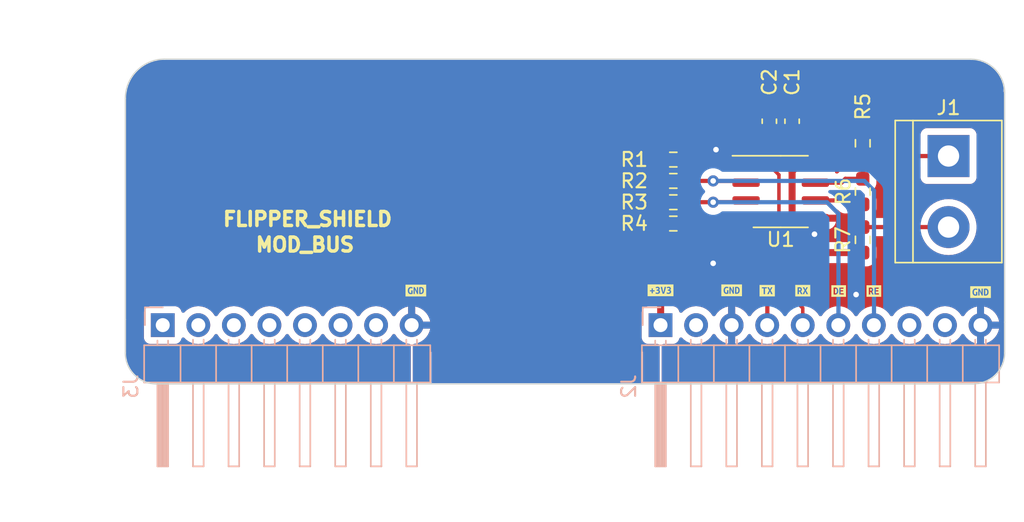
<source format=kicad_pcb>
(kicad_pcb (version 20221018) (generator pcbnew)
  (layers (0 "F.Cu" signal) (31 "B.Cu" signal) (34 "B.Paste" user) (35 "F.Paste" user) (36 "B.SilkS" user "B.Silkscreen") (37 "F.SilkS" user "F.Silkscreen") (38 "B.Mask" user) (39 "F.Mask" user) (44 "Edge.Cuts" user))
  (net 0 "")
  (net 1 "GND")
  (net 2 "+3V3")
  (net 7 "/RS485A")
  (net 8 "/RS485B")
  (net 9 "/RX")
  (net 10 "/RE")
  (net 11 "/DE")
  (net 12 "/TX")
  (footprint "Resistor_SMD:R_0603_1608Metric_Pad0.98x0.95mm_HandSolder" (layer "F.Cu") (at 151.91 78.0815 -90)
    (fp_text reference "R5" (at -2.6181 -0.0074 90) (layer "F.SilkS"))
    (fp_text value "20K")
    (fp_line (start -0.254724 -0.5225) (end 0.254724 -0.5225) (stroke (width 0.12)) (layer "F.SilkS"))
    (fp_line (start -0.254724 0.5225) (end 0.254724 0.5225) (stroke (width 0.12)) (layer "F.SilkS"))
    (pad "1" smd roundrect (at -0.9125 0 270) (size 0.975 0.95) (layers "F.Cu" "F.Paste" "F.Mask") (net 1 "GND"))
    (pad "2" smd roundrect (at 0.9125 0 270) (size 0.975 0.95) (layers "F.Cu" "F.Paste" "F.Mask") (net 8 "/RS485B"))
  )
  (footprint "Capacitor_SMD:C_0603_1608Metric_Pad1.08x0.95mm_HandSolder" (layer "F.Cu") (at 146.8628 76.5048 90)
    (fp_text reference "C1" (at 2.794 0 90) (layer "F.SilkS"))
    (fp_text value "10uF")
    (fp_line (start -0.146267 -0.51) (end 0.146267 -0.51) (stroke (width 0.12)) (layer "F.SilkS"))
    (fp_line (start -0.146267 0.51) (end 0.146267 0.51) (stroke (width 0.12)) (layer "F.SilkS"))
    (pad "1" smd roundrect (at -0.8625 0 90) (size 1.075 0.95) (layers "F.Cu" "F.Paste" "F.Mask") (net 2 "+3V3"))
    (pad "2" smd roundrect (at 0.8625 0 90) (size 1.075 0.95) (layers "F.Cu" "F.Paste" "F.Mask") (net 1 "GND"))
  )
  (footprint "Resistor_SMD:R_0603_1608Metric_Pad0.98x0.95mm_HandSolder" (layer "F.Cu") (at 151.91 81.534 -90)
    (fp_text reference "R6" (at 0 1.3896 90) (layer "F.SilkS"))
    (fp_text value "120")
    (fp_line (start -0.254724 -0.5225) (end 0.254724 -0.5225) (stroke (width 0.12)) (layer "F.SilkS"))
    (fp_line (start -0.254724 0.5225) (end 0.254724 0.5225) (stroke (width 0.12)) (layer "F.SilkS"))
    (pad "1" smd roundrect (at -0.9125 0 270) (size 0.975 0.95) (layers "F.Cu" "F.Paste" "F.Mask") (net 8 "/RS485B"))
    (pad "2" smd roundrect (at 0.9125 0 270) (size 0.975 0.95) (layers "F.Cu" "F.Paste" "F.Mask") (net 7 "/RS485A"))
  )
  (footprint "kibuzzard-65A7F6FE" (layer "F.Cu") (at 152.7048 88.646)
    (fp_text reference "kibuzzard-65A7F6FE" hide)
    (fp_text value "G***" hide)
    (fp_poly (pts (xy -0.14605 -0.088106) (xy -0.152003 -0.121841) (xy -0.169862 -0.145256) (xy -0.197445 -0.158948) (xy -0.232569 -0.163512) (xy -0.246063 -0.163116) (xy -0.261938 -0.161131) (xy -0.261938 -0.013494) (xy -0.240506 -0.013494) (xy -0.197445 -0.018355) (xy -0.168275 -0.032941) (xy -0.14605 -0.088106)) (fill solid) (layer "F.SilkS"))
    (fp_poly (pts (xy -0.359569 -0.413808) (xy -0.524933 -0.413808) (xy -0.524933 0.413808) (xy -0.359569 0.413808) (xy -0.014287 0.413808) (xy -0.014287 0.248444) (xy -0.116681 0.248444) (xy -0.136426 0.201712) (xy -0.159147 0.156766) (xy -0.184249 0.112415) (xy -0.211137 0.067469) (xy -0.261938 0.067469) (xy -0.261938 0.248444) (xy -0.359569 0.248444) (xy -0.359569 -0.235744) (xy -0.328216 -0.241697) (xy -0.293688 -0.245666) (xy -0.26035 -0.24765) (xy -0.232569 -0.248444) (xy -0.192484 -0.246063) (xy -0.156369 -0.238919) (xy -0.124619 -0.226814) (xy -0.097631 -0.20955) (xy -0.059928 -0.159147) (xy -0.050105 -0.125909) (xy -0.046831 -0.087313) (xy -0.051197 -0.046434) (xy -0.064294 -0.009525) (xy -0.087511 0.021233) (xy -0.122238 0.043656) (xy -0.093662 0.089297) (xy -0.064294 0.141684) (xy -0.036909 0.196453) (xy -0.014287 0.248444) (xy -0.014287 0.413808) (xy 0.04445 0.413808) (xy 0.04445 0.248444) (xy 0.04445 -0.242887) (xy 0.342106 -0.242887) (xy 0.342106 -0.161925) (xy 0.142081 -0.161925) (xy 0.142081 -0.051594) (xy 0.315913 -0.051594) (xy 0.315913 0.029369) (xy 0.142081 0.029369) (xy 0.142081 0.167481) (xy 0.359569 0.167481) (xy 0.359569 0.248444) (xy 0.04445 0.248444) (xy 0.04445 0.413808) (xy 0.359569 0.413808) (xy 0.524933 0.413808) (xy 0.524933 -0.413808) (xy 0.359569 -0.413808) (xy -0.359569 -0.413808)) (fill solid) (layer "F.SilkS"))
  )
  (footprint "kibuzzard-65A7F651" (layer "F.Cu") (at 137.4648 88.5952)
    (fp_text reference "kibuzzard-65A7F651" hide)
    (fp_text value "G***" hide)
    (fp_poly (pts (xy -0.758428 -0.421746) (xy -0.923793 -0.421746) (xy -0.923793 0.421746) (xy -0.758428 0.421746) (xy -0.549672 0.421746) (xy -0.549672 0.2159) (xy -0.633809 0.2159) (xy -0.633809 0.077787) (xy -0.758428 0.077787) (xy -0.758428 -0.002381) (xy -0.633809 -0.002381) (xy -0.633809 -0.140494) (xy -0.549672 -0.140494) (xy -0.549672 -0.002381) (xy -0.425053 -0.002381) (xy -0.425053 0.077787) (xy -0.549672 0.077787) (xy -0.549672 0.2159) (xy -0.549672 0.421746) (xy -0.224234 0.421746) (xy -0.224234 0.256381) (xy -0.262731 0.253603) (xy -0.301625 0.246856) (xy -0.336153 0.238125) (xy -0.360759 0.229394) (xy -0.341709 0.147637) (xy -0.294481 0.164306) (xy -0.262632 0.170855) (xy -0.225028 0.173037) (xy -0.182463 0.16768) (xy -0.154781 0.151606) (xy -0.134541 0.098425) (xy -0.14228 0.065385) (xy -0.165497 0.044053) (xy -0.20062 0.032445) (xy -0.244078 0.028575) (xy -0.274241 0.028575) (xy -0.274241 -0.052388) (xy -0.237728 -0.052388) (xy -0.207566 -0.055563) (xy -0.180578 -0.065881) (xy -0.161131 -0.084931) (xy -0.153591 -0.115094) (xy -0.169862 -0.157559) (xy -0.214709 -0.173038) (xy -0.269875 -0.163909) (xy -0.317103 -0.141288) (xy -0.352028 -0.212725) (xy -0.295275 -0.241697) (xy -0.257671 -0.25271) (xy -0.215503 -0.256381) (xy -0.176907 -0.253802) (xy -0.143669 -0.246063) (xy -0.093266 -0.217091) (xy -0.063897 -0.173038) (xy -0.054372 -0.118269) (xy -0.071041 -0.061913) (xy -0.115491 -0.020638) (xy -0.081657 -0.000992) (xy -0.056356 0.026194) (xy -0.04058 0.060127) (xy -0.035322 0.100012) (xy -0.046434 0.162719) (xy -0.080566 0.212328) (xy -0.106759 0.230981) (xy -0.139303 0.244872) (xy -0.178395 0.253504) (xy -0.224234 0.256381) (xy -0.224234 0.421746) (xy 0.151209 0.421746) (xy 0.151209 0.246062) (xy 0.131564 0.187722) (xy 0.110728 0.122237) (xy 0.096705 0.076244) (xy 0.083211 0.030339) (xy 0.070247 -0.015478) (xy 0.057988 -0.060413) (xy 0.046611 -0.103673) (xy 0.036116 -0.145256) (xy 0.023019 -0.200819) (xy 0.013891 -0.245269) (xy 0.117078 -0.245269) (xy 0.123031 -0.204093) (xy 0.131366 -0.156766) (xy 0.141387 -0.105569) (xy 0.1524 -0.052784) (xy 0.164306 0.000397) (xy 0.177006 0.052784) (xy 0.190004 0.102096) (xy 0.202803 0.14605) (xy 0.215503 0.102691) (xy 0.228203 0.053578) (xy 0.240506 0.001191) (xy 0.252016 -0.051991) (xy 0.262731 -0.104874) (xy 0.272653 -0.156369) (xy 0.281384 -0.203994) (xy 0.288528 -0.245269) (xy 0.390922 -0.245269) (xy 0.380305 -0.194866) (xy 0.367506 -0.138906) (xy 0.352623 -0.07868) (xy 0.335756 -0.015478) (xy 0.323453 0.027914) (xy 0.310356 0.071834) (xy 0.296466 0.116284) (xy 0.282002 0.160514) (xy 0.267185 0.203773) (xy 0.252016 0.246062) (xy 0.151209 0.246062) (xy 0.151209 0.421746) (xy 0.569516 0.421746) (xy 0.569516 0.256381) (xy 0.531019 0.253603) (xy 0.492125 0.246856) (xy 0.457597 0.238125) (xy 0.432991 0.229394) (xy 0.452041 0.147637) (xy 0.499269 0.164306) (xy 0.531118 0.170855) (xy 0.568722 0.173037) (xy 0.611287 0.16768) (xy 0.638969 0.151606) (xy 0.659209 0.098425) (xy 0.65147 0.065385) (xy 0.628253 0.044053) (xy 0.59313 0.032445) (xy 0.549672 0.028575) (xy 0.519509 0.028575) (xy 0.519509 -0.052388) (xy 0.556022 -0.052388) (xy 0.586184 -0.055563) (xy 0.613172 -0.065881) (xy 0.632619 -0.084931) (xy 0.640159 -0.115094) (xy 0.623888 -0.157559) (xy 0.579041 -0.173038) (xy 0.523875 -0.163909) (xy 0.476647 -0.141288) (xy 0.441722 -0.212725) (xy 0.498475 -0.241697) (xy 0.536079 -0.25271) (xy 0.578247 -0.256381) (xy 0.616843 -0.253802) (xy 0.650081 -0.246063) (xy 0.700484 -0.217091) (xy 0.729853 -0.173038) (xy 0.739378 -0.118269) (xy 0.722709 -0.061913) (xy 0.678259 -0.020638) (xy 0.712093 -0.000992) (xy 0.737394 0.026194) (xy 0.75317 0.060127) (xy 0.758428 0.100012) (xy 0.747316 0.162719) (xy 0.713184 0.212328) (xy 0.686991 0.230981) (xy 0.654447 0.244872) (xy 0.615355 0.253504) (xy 0.569516 0.256381) (xy 0.569516 0.421746) (xy 0.758428 0.421746) (xy 0.923793 0.421746) (xy 0.923793 -0.421746) (xy 0.758428 -0.421746) (xy -0.758428 -0.421746)) (fill solid) (layer "F.SilkS"))
  )
  (footprint "kibuzzard-65A7F695" (layer "F.Cu") (at 145.0848 88.6206)
    (fp_text reference "kibuzzard-65A7F695" hide)
    (fp_text value "G***" hide)
    (fp_poly (pts (xy -0.382587 -0.41103) (xy -0.547952 -0.41103) (xy -0.547952 0.41103) (xy -0.382587 0.41103) (xy -0.154781 0.41103) (xy -0.154781 0.245666) (xy -0.253206 0.245666) (xy -0.253206 -0.164703) (xy -0.382587 -0.164703) (xy -0.382587 -0.245666) (xy -0.0254 -0.245666) (xy -0.0254 -0.164703) (xy -0.154781 -0.164703) (xy -0.154781 0.245666) (xy -0.154781 0.41103) (xy 0.277019 0.41103) (xy 0.277019 0.245666) (xy 0.260251 0.203002) (xy 0.240109 0.155972) (xy 0.217785 0.106759) (xy 0.194469 0.057547) (xy 0.17145 0.105271) (xy 0.148431 0.154781) (xy 0.127 0.202704) (xy 0.108744 0.245666) (xy 0.003175 0.245666) (xy 0.026591 0.194072) (xy 0.042863 0.162719) (xy 0.060722 0.128984) (xy 0.079871 0.093563) (xy 0.100013 0.05715) (xy 0.120253 0.020935) (xy 0.1397 -0.013891) (xy 0.011113 -0.245666) (xy 0.116681 -0.245666) (xy 0.194469 -0.088503) (xy 0.276225 -0.245666) (xy 0.37465 -0.245666) (xy 0.249238 -0.016272) (xy 0.27047 0.018653) (xy 0.291306 0.055166) (xy 0.311249 0.091976) (xy 0.329803 0.127794) (xy 0.346571 0.161925) (xy 0.361156 0.193675) (xy 0.382588 0.245666) (xy 0.277019 0.245666) (xy 0.277019 0.41103) (xy 0.382587 0.41103) (xy 0.547952 0.41103) (xy 0.547952 -0.41103) (xy 0.382587 -0.41103) (xy -0.382587 -0.41103)) (fill solid) (layer "F.SilkS"))
  )
  (footprint "kibuzzard-644AD5FD" (layer "F.Cu") (at 119.984365 88.612365)
    (fp_text reference "kibuzzard-644AD5FD" hide)
    (fp_text value "G***" hide)
    (fp_poly (pts (xy 0.338931 0.166687) (xy 0.347662 0.167481) (xy 0.356394 0.167481) (xy 0.412353 0.154781) (xy 0.448866 0.119856) (xy 0.468709 0.067072) (xy 0.473174 0.035024) (xy 0.474663 0) (xy 0.4699 -0.061913) (xy 0.453231 -0.115094) (xy 0.420687 -0.152003) (xy 0.367506 -0.165894) (xy 0.353219 -0.165497) (xy 0.338931 -0.163513) (xy 0.338931 0.166687)) (fill solid) (layer "F.SilkS"))
    (fp_poly (pts (xy -0.573881 -0.421746) (xy -0.739246 -0.421746) (xy -0.739246 0.421746) (xy -0.573881 0.421746) (xy -0.373063 0.421746) (xy -0.373063 0.256381) (xy -0.416818 0.252313) (xy -0.456009 0.240109) (xy -0.49024 0.219869) (xy -0.519113 0.191691) (xy -0.54233 0.155575) (xy -0.559594 0.111522) (xy -0.570309 0.05963) (xy -0.573881 0) (xy -0.569714 -0.059035) (xy -0.557213 -0.110728) (xy -0.537567 -0.15488) (xy -0.511969 -0.191294) (xy -0.480814 -0.21977) (xy -0.4445 -0.240109) (xy -0.404217 -0.252313) (xy -0.361156 -0.256381) (xy -0.309959 -0.252016) (xy -0.270669 -0.242094) (xy -0.243284 -0.230188) (xy -0.227013 -0.220663) (xy -0.252413 -0.142875) (xy -0.295275 -0.162719) (xy -0.347663 -0.17145) (xy -0.4064 -0.15875) (xy -0.445691 -0.123428) (xy -0.467916 -0.069453) (xy -0.472976 -0.036413) (xy -0.474663 0) (xy -0.471576 0.053578) (xy -0.462315 0.096837) (xy -0.446881 0.129778) (xy -0.412552 0.161032) (xy -0.365125 0.17145) (xy -0.346075 0.170656) (xy -0.327025 0.168275) (xy -0.327025 -0.011113) (xy -0.229394 -0.011113) (xy -0.229394 0.234156) (xy -0.283766 0.248444) (xy -0.324545 0.254397) (xy -0.373063 0.256381) (xy -0.373063 0.421746) (xy 0.083344 0.421746) (xy 0.083344 0.246062) (xy 0.060457 0.191602) (xy 0.036248 0.137231) (xy 0.010716 0.082947) (xy -0.01614 0.028663) (xy -0.044318 -0.025709) (xy -0.073819 -0.080169) (xy -0.073819 0.246062) (xy -0.161925 0.246062) (xy -0.161925 -0.245269) (xy -0.083344 -0.245269) (xy -0.061119 -0.208855) (xy -0.038894 -0.169466) (xy -0.016966 -0.128687) (xy 0.004366 -0.088106) (xy 0.024606 -0.04822) (xy 0.043259 -0.009525) (xy 0.059829 0.026194) (xy 0.073819 0.05715) (xy 0.073819 -0.245269) (xy 0.161925 -0.245269) (xy 0.161925 0.246062) (xy 0.083344 0.246062) (xy 0.083344 0.421746) (xy 0.346075 0.421746) (xy 0.346075 0.252412) (xy 0.294878 0.249634) (xy 0.2413 0.240506) (xy 0.2413 -0.238919) (xy 0.304006 -0.248444) (xy 0.358775 -0.250825) (xy 0.40511 -0.247253) (xy 0.447278 -0.236538) (xy 0.484287 -0.218182) (xy 0.515144 -0.191691) (xy 0.539849 -0.156964) (xy 0.558403 -0.113903) (xy 0.570012 -0.061813) (xy 0.573881 0) (xy 0.569615 0.063202) (xy 0.556816 0.116284) (xy 0.536476 0.159841) (xy 0.509588 0.194469) (xy 0.476548 0.220563) (xy 0.437753 0.238522) (xy 0.393998 0.24894) (xy 0.346075 0.252412) (xy 0.346075 0.421746) (xy 0.573881 0.421746) (xy 0.739246 0.421746) (xy 0.739246 -0.421746) (xy 0.573881 -0.421746) (xy -0.573881 -0.421746)) (fill solid) (layer "F.SilkS"))
  )
  (footprint "Resistor_SMD:R_0603_1608Metric_Pad0.98x0.95mm_HandSolder" (layer "F.Cu") (at 151.91 84.9865 -90)
    (fp_text reference "R7" (at 0.0019 1.415 90) (layer "F.SilkS"))
    (fp_text value "20K")
    (fp_line (start -0.254724 -0.5225) (end 0.254724 -0.5225) (stroke (width 0.12)) (layer "F.SilkS"))
    (fp_line (start -0.254724 0.5225) (end 0.254724 0.5225) (stroke (width 0.12)) (layer "F.SilkS"))
    (pad "1" smd roundrect (at -0.9125 0 270) (size 0.975 0.95) (layers "F.Cu" "F.Paste" "F.Mask") (net 7 "/RS485A"))
    (pad "2" smd roundrect (at 0.9125 0 270) (size 0.975 0.95) (layers "F.Cu" "F.Paste" "F.Mask") (net 2 "+3V3"))
  )
  (footprint "TerminalBlock:TerminalBlock_bornier-2_P5.08mm" (layer "F.Cu") (at 158.0388 78.994 -90)
    (fp_text reference "J1" (at -3.4544 0 -180) (layer "F.SilkS"))
    (fp_text value "Conn_01x02")
    (fp_line (start -2.54 -3.81) (end -2.54 3.81) (stroke (width 0.12)) (layer "F.SilkS"))
    (fp_line (start -2.54 3.81) (end 7.62 3.81) (stroke (width 0.12)) (layer "F.SilkS"))
    (fp_line (start 7.62 -3.81) (end -2.54 -3.81) (stroke (width 0.12)) (layer "F.SilkS"))
    (fp_line (start 7.62 2.54) (end -2.54 2.54) (stroke (width 0.12)) (layer "F.SilkS"))
    (fp_line (start 7.62 3.81) (end 7.62 -3.81) (stroke (width 0.12)) (layer "F.SilkS"))
    (pad "1" thru_hole rect (at 0 0 270) (size 3 3) (drill 1.52) (layers "*.Cu" "*.Mask") (net 8 "/RS485B"))
    (pad "2" thru_hole circle (at 5.08 0 270) (size 3 3) (drill 1.52) (layers "*.Cu" "*.Mask") (net 7 "/RS485A"))
  )
  (footprint "Capacitor_SMD:C_0603_1608Metric_Pad1.08x0.95mm_HandSolder" (layer "F.Cu") (at 145.2372 76.5048 90)
    (fp_text reference "C2" (at 2.794 0 90) (layer "F.SilkS"))
    (fp_text value "0.1uF")
    (fp_line (start -0.146267 -0.51) (end 0.146267 -0.51) (stroke (width 0.12)) (layer "F.SilkS"))
    (fp_line (start -0.146267 0.51) (end 0.146267 0.51) (stroke (width 0.12)) (layer "F.SilkS"))
    (pad "1" smd roundrect (at -0.8625 0 90) (size 1.075 0.95) (layers "F.Cu" "F.Paste" "F.Mask") (net 2 "+3V3"))
    (pad "2" smd roundrect (at 0.8625 0 90) (size 1.075 0.95) (layers "F.Cu" "F.Paste" "F.Mask") (net 1 "GND"))
  )
  (footprint "kibuzzard-65A7F6E6" (layer "F.Cu") (at 150.1902 88.646)
    (fp_text reference "kibuzzard-65A7F6E6" hide)
    (fp_text value "G***" hide)
    (fp_poly (pts (xy -0.261938 0.165894) (xy -0.253206 0.166687) (xy -0.244475 0.166687) (xy -0.188516 0.153987) (xy -0.152003 0.119063) (xy -0.132159 0.066278) (xy -0.127695 0.03423) (xy -0.126206 -0.000794) (xy -0.130969 -0.062706) (xy -0.147637 -0.115887) (xy -0.180181 -0.152797) (xy -0.233362 -0.166687) (xy -0.24765 -0.166291) (xy -0.261938 -0.164306) (xy -0.261938 0.165894)) (fill solid) (layer "F.SilkS"))
    (fp_poly (pts (xy -0.359569 -0.416983) (xy -0.524933 -0.416983) (xy -0.524933 0.416983) (xy -0.359569 0.416983) (xy -0.254794 0.416983) (xy -0.254794 0.251619) (xy -0.305991 0.248841) (xy -0.359569 0.239713) (xy -0.359569 -0.239713) (xy -0.296863 -0.249238) (xy -0.242094 -0.251619) (xy -0.195759 -0.248047) (xy -0.153591 -0.237331) (xy -0.116582 -0.218976) (xy -0.085725 -0.192484) (xy -0.06102 -0.157758) (xy -0.042466 -0.114697) (xy -0.030857 -0.062607) (xy -0.026987 -0.000794) (xy -0.031254 0.062409) (xy -0.044053 0.115491) (xy -0.064393 0.159048) (xy -0.091281 0.193675) (xy -0.124321 0.21977) (xy -0.163116 0.237728) (xy -0.206871 0.248146) (xy -0.254794 0.251619) (xy -0.254794 0.416983) (xy 0.04445 0.416983) (xy 0.04445 0.245269) (xy 0.04445 -0.246063) (xy 0.342106 -0.246063) (xy 0.342106 -0.1651) (xy 0.142081 -0.1651) (xy 0.142081 -0.054769) (xy 0.315913 -0.054769) (xy 0.315913 0.026194) (xy 0.142081 0.026194) (xy 0.142081 0.164306) (xy 0.359569 0.164306) (xy 0.359569 0.245269) (xy 0.04445 0.245269) (xy 0.04445 0.416983) (xy 0.359569 0.416983) (xy 0.524933 0.416983) (xy 0.524933 -0.416983) (xy 0.359569 -0.416983) (xy -0.359569 -0.416983)) (fill solid) (layer "F.SilkS"))
  )
  (footprint "kibuzzard-65A7F6B7" (layer "F.Cu") (at 147.6248 88.6206)
    (fp_text reference "kibuzzard-65A7F6B7" hide)
    (fp_text value "G***" hide)
    (fp_poly (pts (xy -0.157559 -0.088106) (xy -0.163512 -0.121841) (xy -0.181372 -0.145256) (xy -0.208955 -0.158948) (xy -0.244078 -0.163512) (xy -0.257572 -0.163116) (xy -0.273447 -0.161131) (xy -0.273447 -0.013494) (xy -0.252016 -0.013494) (xy -0.208955 -0.018355) (xy -0.179784 -0.032941) (xy -0.157559 -0.088106)) (fill solid) (layer "F.SilkS"))
    (fp_poly (pts (xy -0.371078 -0.413808) (xy -0.536443 -0.413808) (xy -0.536443 0.413808) (xy -0.371078 0.413808) (xy -0.025797 0.413808) (xy -0.025797 0.248444) (xy -0.128191 0.248444) (xy -0.147935 0.201712) (xy -0.170656 0.156766) (xy -0.195759 0.112415) (xy -0.222647 0.067469) (xy -0.273447 0.067469) (xy -0.273447 0.248444) (xy -0.371078 0.248444) (xy -0.371078 -0.235744) (xy -0.339725 -0.241697) (xy -0.305197 -0.245666) (xy -0.271859 -0.24765) (xy -0.244078 -0.248444) (xy -0.203994 -0.246063) (xy -0.167878 -0.238919) (xy -0.136128 -0.226814) (xy -0.109141 -0.20955) (xy -0.071437 -0.159147) (xy -0.061615 -0.125909) (xy -0.058341 -0.087313) (xy -0.062706 -0.046434) (xy -0.075803 -0.009525) (xy -0.09902 0.021233) (xy -0.133747 0.043656) (xy -0.105172 0.089297) (xy -0.075803 0.141684) (xy -0.048419 0.196453) (xy -0.025797 0.248444) (xy -0.025797 0.413808) (xy 0.265509 0.413808) (xy 0.265509 0.248444) (xy 0.248741 0.20578) (xy 0.2286 0.15875) (xy 0.206276 0.109538) (xy 0.182959 0.060325) (xy 0.159941 0.108049) (xy 0.136922 0.157559) (xy 0.115491 0.205482) (xy 0.097234 0.248444) (xy -0.008334 0.248444) (xy 0.015081 0.19685) (xy 0.031353 0.165497) (xy 0.049213 0.131763) (xy 0.068362 0.096341) (xy 0.088503 0.059928) (xy 0.108744 0.023713) (xy 0.128191 -0.011112) (xy -0.000397 -0.242887) (xy 0.105172 -0.242887) (xy 0.182959 -0.085725) (xy 0.264716 -0.242887) (xy 0.363141 -0.242887) (xy 0.237728 -0.013494) (xy 0.258961 0.021431) (xy 0.279797 0.057944) (xy 0.29974 0.094754) (xy 0.318294 0.130572) (xy 0.335062 0.164703) (xy 0.349647 0.196453) (xy 0.371078 0.248444) (xy 0.265509 0.248444) (xy 0.265509 0.413808) (xy 0.371078 0.413808) (xy 0.536443 0.413808) (xy 0.536443 -0.413808) (xy 0.371078 -0.413808) (xy -0.371078 -0.413808)) (fill solid) (layer "F.SilkS"))
  )
  (footprint "Resistor_SMD:R_0603_1608Metric_Pad0.98x0.95mm_HandSolder" (layer "F.Cu") (at 138.3773 82.296)
    (fp_text reference "R3" (at -2.7921 0) (layer "F.SilkS"))
    (fp_text value "10K")
    (fp_line (start -0.254724 -0.5225) (end 0.254724 -0.5225) (stroke (width 0.12)) (layer "F.SilkS"))
    (fp_line (start -0.254724 0.5225) (end 0.254724 0.5225) (stroke (width 0.12)) (layer "F.SilkS"))
    (pad "1" smd roundrect (at -0.9125 0) (size 0.975 0.95) (layers "F.Cu" "F.Paste" "F.Mask") (net 2 "+3V3"))
    (pad "2" smd roundrect (at 0.9125 0) (size 0.975 0.95) (layers "F.Cu" "F.Paste" "F.Mask") (net 11 "/DE"))
  )
  (footprint "Resistor_SMD:R_0603_1608Metric_Pad0.98x0.95mm_HandSolder" (layer "F.Cu") (at 138.3773 80.772)
    (fp_text reference "R2" (at -2.7921 0) (layer "F.SilkS"))
    (fp_text value "10K")
    (fp_line (start -0.254724 -0.5225) (end 0.254724 -0.5225) (stroke (width 0.12)) (layer "F.SilkS"))
    (fp_line (start -0.254724 0.5225) (end 0.254724 0.5225) (stroke (width 0.12)) (layer "F.SilkS"))
    (pad "1" smd roundrect (at -0.9125 0) (size 0.975 0.95) (layers "F.Cu" "F.Paste" "F.Mask") (net 2 "+3V3"))
    (pad "2" smd roundrect (at 0.9125 0) (size 0.975 0.95) (layers "F.Cu" "F.Paste" "F.Mask") (net 10 "/RE"))
  )
  (footprint "kibuzzard-65A7F66D" (layer "F.Cu") (at 160.3248 88.7222)
    (fp_text reference "kibuzzard-65A7F66D" hide)
    (fp_text value "G***" hide)
    (fp_poly (pts (xy 0.338931 0.166687) (xy 0.347662 0.167481) (xy 0.356394 0.167481) (xy 0.412353 0.154781) (xy 0.448866 0.119856) (xy 0.468709 0.067072) (xy 0.473174 0.035024) (xy 0.474663 0) (xy 0.4699 -0.061913) (xy 0.453231 -0.115094) (xy 0.420687 -0.152003) (xy 0.367506 -0.165894) (xy 0.353219 -0.165497) (xy 0.338931 -0.163513) (xy 0.338931 0.166687)) (fill solid) (layer "F.SilkS"))
    (fp_poly (pts (xy -0.573881 -0.421746) (xy -0.739246 -0.421746) (xy -0.739246 0.421746) (xy -0.573881 0.421746) (xy -0.373063 0.421746) (xy -0.373063 0.256381) (xy -0.416818 0.252313) (xy -0.456009 0.240109) (xy -0.49024 0.219869) (xy -0.519113 0.191691) (xy -0.54233 0.155575) (xy -0.559594 0.111522) (xy -0.570309 0.05963) (xy -0.573881 0) (xy -0.569714 -0.059035) (xy -0.557213 -0.110728) (xy -0.537567 -0.15488) (xy -0.511969 -0.191294) (xy -0.480814 -0.21977) (xy -0.4445 -0.240109) (xy -0.404217 -0.252313) (xy -0.361156 -0.256381) (xy -0.309959 -0.252016) (xy -0.270669 -0.242094) (xy -0.243284 -0.230188) (xy -0.227013 -0.220663) (xy -0.252413 -0.142875) (xy -0.295275 -0.162719) (xy -0.347663 -0.17145) (xy -0.4064 -0.15875) (xy -0.445691 -0.123428) (xy -0.467916 -0.069453) (xy -0.472976 -0.036413) (xy -0.474663 0) (xy -0.471576 0.053578) (xy -0.462315 0.096837) (xy -0.446881 0.129778) (xy -0.412552 0.161032) (xy -0.365125 0.17145) (xy -0.346075 0.170656) (xy -0.327025 0.168275) (xy -0.327025 -0.011113) (xy -0.229394 -0.011113) (xy -0.229394 0.234156) (xy -0.283766 0.248444) (xy -0.324545 0.254397) (xy -0.373063 0.256381) (xy -0.373063 0.421746) (xy 0.083344 0.421746) (xy 0.083344 0.246062) (xy 0.060457 0.191602) (xy 0.036248 0.137231) (xy 0.010716 0.082947) (xy -0.01614 0.028663) (xy -0.044318 -0.025709) (xy -0.073819 -0.080169) (xy -0.073819 0.246062) (xy -0.161925 0.246062) (xy -0.161925 -0.245269) (xy -0.083344 -0.245269) (xy -0.061119 -0.208855) (xy -0.038894 -0.169466) (xy -0.016966 -0.128687) (xy 0.004366 -0.088106) (xy 0.024606 -0.04822) (xy 0.043259 -0.009525) (xy 0.059829 0.026194) (xy 0.073819 0.05715) (xy 0.073819 -0.245269) (xy 0.161925 -0.245269) (xy 0.161925 0.246062) (xy 0.083344 0.246062) (xy 0.083344 0.421746) (xy 0.346075 0.421746) (xy 0.346075 0.252412) (xy 0.294878 0.249634) (xy 0.2413 0.240506) (xy 0.2413 -0.238919) (xy 0.304006 -0.248444) (xy 0.358775 -0.250825) (xy 0.40511 -0.247253) (xy 0.447278 -0.236538) (xy 0.484287 -0.218182) (xy 0.515144 -0.191691) (xy 0.539849 -0.156964) (xy 0.558403 -0.113903) (xy 0.570012 -0.061813) (xy 0.573881 0) (xy 0.569615 0.063202) (xy 0.556816 0.116284) (xy 0.536476 0.159841) (xy 0.509588 0.194469) (xy 0.476548 0.220563) (xy 0.437753 0.238522) (xy 0.393998 0.24894) (xy 0.346075 0.252412) (xy 0.346075 0.421746) (xy 0.573881 0.421746) (xy 0.739246 0.421746) (xy 0.739246 -0.421746) (xy 0.573881 -0.421746) (xy -0.573881 -0.421746)) (fill solid) (layer "F.SilkS"))
  )
  (footprint "Resistor_SMD:R_0603_1608Metric_Pad0.98x0.95mm_HandSolder" (layer "F.Cu") (at 138.3773 83.82)
    (fp_text reference "R4" (at -2.7921 0) (layer "F.SilkS"))
    (fp_text value "10K")
    (fp_line (start -0.254724 -0.5225) (end 0.254724 -0.5225) (stroke (width 0.12)) (layer "F.SilkS"))
    (fp_line (start -0.254724 0.5225) (end 0.254724 0.5225) (stroke (width 0.12)) (layer "F.SilkS"))
    (pad "1" smd roundrect (at -0.9125 0) (size 0.975 0.95) (layers "F.Cu" "F.Paste" "F.Mask") (net 2 "+3V3"))
    (pad "2" smd roundrect (at 0.9125 0) (size 0.975 0.95) (layers "F.Cu" "F.Paste" "F.Mask") (net 12 "/TX"))
  )
  (footprint "kibuzzard-65A7F66D" (layer "F.Cu") (at 142.5448 88.5952)
    (fp_text reference "kibuzzard-65A7F66D" hide)
    (fp_text value "G***" hide)
    (fp_poly (pts (xy 0.338931 0.166687) (xy 0.347662 0.167481) (xy 0.356394 0.167481) (xy 0.412353 0.154781) (xy 0.448866 0.119856) (xy 0.468709 0.067072) (xy 0.473174 0.035024) (xy 0.474663 0) (xy 0.4699 -0.061913) (xy 0.453231 -0.115094) (xy 0.420687 -0.152003) (xy 0.367506 -0.165894) (xy 0.353219 -0.165497) (xy 0.338931 -0.163513) (xy 0.338931 0.166687)) (fill solid) (layer "F.SilkS"))
    (fp_poly (pts (xy -0.573881 -0.421746) (xy -0.739246 -0.421746) (xy -0.739246 0.421746) (xy -0.573881 0.421746) (xy -0.373063 0.421746) (xy -0.373063 0.256381) (xy -0.416818 0.252313) (xy -0.456009 0.240109) (xy -0.49024 0.219869) (xy -0.519113 0.191691) (xy -0.54233 0.155575) (xy -0.559594 0.111522) (xy -0.570309 0.05963) (xy -0.573881 0) (xy -0.569714 -0.059035) (xy -0.557213 -0.110728) (xy -0.537567 -0.15488) (xy -0.511969 -0.191294) (xy -0.480814 -0.21977) (xy -0.4445 -0.240109) (xy -0.404217 -0.252313) (xy -0.361156 -0.256381) (xy -0.309959 -0.252016) (xy -0.270669 -0.242094) (xy -0.243284 -0.230188) (xy -0.227013 -0.220663) (xy -0.252413 -0.142875) (xy -0.295275 -0.162719) (xy -0.347663 -0.17145) (xy -0.4064 -0.15875) (xy -0.445691 -0.123428) (xy -0.467916 -0.069453) (xy -0.472976 -0.036413) (xy -0.474663 0) (xy -0.471576 0.053578) (xy -0.462315 0.096837) (xy -0.446881 0.129778) (xy -0.412552 0.161032) (xy -0.365125 0.17145) (xy -0.346075 0.170656) (xy -0.327025 0.168275) (xy -0.327025 -0.011113) (xy -0.229394 -0.011113) (xy -0.229394 0.234156) (xy -0.283766 0.248444) (xy -0.324545 0.254397) (xy -0.373063 0.256381) (xy -0.373063 0.421746) (xy 0.083344 0.421746) (xy 0.083344 0.246062) (xy 0.060457 0.191602) (xy 0.036248 0.137231) (xy 0.010716 0.082947) (xy -0.01614 0.028663) (xy -0.044318 -0.025709) (xy -0.073819 -0.080169) (xy -0.073819 0.246062) (xy -0.161925 0.246062) (xy -0.161925 -0.245269) (xy -0.083344 -0.245269) (xy -0.061119 -0.208855) (xy -0.038894 -0.169466) (xy -0.016966 -0.128687) (xy 0.004366 -0.088106) (xy 0.024606 -0.04822) (xy 0.043259 -0.009525) (xy 0.059829 0.026194) (xy 0.073819 0.05715) (xy 0.073819 -0.245269) (xy 0.161925 -0.245269) (xy 0.161925 0.246062) (xy 0.083344 0.246062) (xy 0.083344 0.421746) (xy 0.346075 0.421746) (xy 0.346075 0.252412) (xy 0.294878 0.249634) (xy 0.2413 0.240506) (xy 0.2413 -0.238919) (xy 0.304006 -0.248444) (xy 0.358775 -0.250825) (xy 0.40511 -0.247253) (xy 0.447278 -0.236538) (xy 0.484287 -0.218182) (xy 0.515144 -0.191691) (xy 0.539849 -0.156964) (xy 0.558403 -0.113903) (xy 0.570012 -0.061813) (xy 0.573881 0) (xy 0.569615 0.063202) (xy 0.556816 0.116284) (xy 0.536476 0.159841) (xy 0.509588 0.194469) (xy 0.476548 0.220563) (xy 0.437753 0.238522) (xy 0.393998 0.24894) (xy 0.346075 0.252412) (xy 0.346075 0.421746) (xy 0.573881 0.421746) (xy 0.739246 0.421746) (xy 0.739246 -0.421746) (xy 0.573881 -0.421746) (xy -0.573881 -0.421746)) (fill solid) (layer "F.SilkS"))
  )
  (footprint "Package_SO:SOIC-8_3.9x4.9mm_P1.27mm" (layer "F.Cu") (at 146.05 81.534)
    (fp_text reference "U1" (at 0 3.429) (layer "F.SilkS"))
    (fp_text value "SP3485EN")
    (fp_line (start 0 -2.56) (end -3.45 -2.56) (stroke (width 0.12)) (layer "F.SilkS"))
    (fp_line (start 0 -2.56) (end 1.95 -2.56) (stroke (width 0.12)) (layer "F.SilkS"))
    (fp_line (start 0 2.56) (end -1.95 2.56) (stroke (width 0.12)) (layer "F.SilkS"))
    (fp_line (start 0 2.56) (end 1.95 2.56) (stroke (width 0.12)) (layer "F.SilkS"))
    (pad "1" smd roundrect (at -2.475 -1.905) (size 1.95 0.6) (layers "F.Cu" "F.Paste" "F.Mask") (net 9 "/RX"))
    (pad "2" smd roundrect (at -2.475 -0.635) (size 1.95 0.6) (layers "F.Cu" "F.Paste" "F.Mask") (net 10 "/RE"))
    (pad "3" smd roundrect (at -2.475 0.635) (size 1.95 0.6) (layers "F.Cu" "F.Paste" "F.Mask") (net 11 "/DE"))
    (pad "4" smd roundrect (at -2.475 1.905) (size 1.95 0.6) (layers "F.Cu" "F.Paste" "F.Mask") (net 12 "/TX"))
    (pad "5" smd roundrect (at 2.475 1.905) (size 1.95 0.6) (layers "F.Cu" "F.Paste" "F.Mask") (net 1 "GND"))
    (pad "6" smd roundrect (at 2.475 0.635) (size 1.95 0.6) (layers "F.Cu" "F.Paste" "F.Mask") (net 7 "/RS485A"))
    (pad "7" smd roundrect (at 2.475 -0.635) (size 1.95 0.6) (layers "F.Cu" "F.Paste" "F.Mask") (net 8 "/RS485B"))
    (pad "8" smd roundrect (at 2.475 -1.905) (size 1.95 0.6) (layers "F.Cu" "F.Paste" "F.Mask") (net 2 "+3V3"))
  )
  (footprint "Resistor_SMD:R_0603_1608Metric_Pad0.98x0.95mm_HandSolder" (layer "F.Cu") (at 138.3773 79.248)
    (fp_text reference "R1" (at -2.7921 0) (layer "F.SilkS"))
    (fp_text value "10K")
    (fp_line (start -0.254724 -0.5225) (end 0.254724 -0.5225) (stroke (width 0.12)) (layer "F.SilkS"))
    (fp_line (start -0.254724 0.5225) (end 0.254724 0.5225) (stroke (width 0.12)) (layer "F.SilkS"))
    (pad "1" smd roundrect (at -0.9125 0) (size 0.975 0.95) (layers "F.Cu" "F.Paste" "F.Mask") (net 2 "+3V3"))
    (pad "2" smd roundrect (at 0.9125 0) (size 0.975 0.95) (layers "F.Cu" "F.Paste" "F.Mask") (net 9 "/RX"))
  )
  (footprint "Connector_PinHeader_2.54mm:PinHeader_1x10_P2.54mm_Horizontal" (layer "B.Cu") (at 137.4648 91.0844 -90)
    (fp_text reference "J2" (at 4.385 2.27 90) (layer "B.SilkS") (effects (justify mirror)))
    (fp_text value "Conn_01x10_Socket")
    (fp_line (start -1.27 0) (end -1.27 1.27) (stroke (width 0.12)) (layer "B.SilkS"))
    (fp_line (start -1.27 1.27) (end 0 1.27) (stroke (width 0.12)) (layer "B.SilkS"))
    (fp_line (start 1.042929 -23.24) (end 1.44 -23.24) (stroke (width 0.12)) (layer "B.SilkS"))
    (fp_line (start 1.042929 -22.48) (end 1.44 -22.48) (stroke (width 0.12)) (layer "B.SilkS"))
    (fp_line (start 1.042929 -20.7) (end 1.44 -20.7) (stroke (width 0.12)) (layer "B.SilkS"))
    (fp_line (start 1.042929 -19.94) (end 1.44 -19.94) (stroke (width 0.12)) (layer "B.SilkS"))
    (fp_line (start 1.042929 -18.16) (end 1.44 -18.16) (stroke (width 0.12)) (layer "B.SilkS"))
    (fp_line (start 1.042929 -17.4) (end 1.44 -17.4) (stroke (width 0.12)) (layer "B.SilkS"))
    (fp_line (start 1.042929 -15.62) (end 1.44 -15.62) (stroke (width 0.12)) (layer "B.SilkS"))
    (fp_line (start 1.042929 -14.86) (end 1.44 -14.86) (stroke (width 0.12)) (layer "B.SilkS"))
    (fp_line (start 1.042929 -13.08) (end 1.44 -13.08) (stroke (width 0.12)) (layer "B.SilkS"))
    (fp_line (start 1.042929 -12.32) (end 1.44 -12.32) (stroke (width 0.12)) (layer "B.SilkS"))
    (fp_line (start 1.042929 -10.54) (end 1.44 -10.54) (stroke (width 0.12)) (layer "B.SilkS"))
    (fp_line (start 1.042929 -9.78) (end 1.44 -9.78) (stroke (width 0.12)) (layer "B.SilkS"))
    (fp_line (start 1.042929 -8) (end 1.44 -8) (stroke (width 0.12)) (layer "B.SilkS"))
    (fp_line (start 1.042929 -7.24) (end 1.44 -7.24) (stroke (width 0.12)) (layer "B.SilkS"))
    (fp_line (start 1.042929 -5.46) (end 1.44 -5.46) (stroke (width 0.12)) (layer "B.SilkS"))
    (fp_line (start 1.042929 -4.7) (end 1.44 -4.7) (stroke (width 0.12)) (layer "B.SilkS"))
    (fp_line (start 1.042929 -2.92) (end 1.44 -2.92) (stroke (width 0.12)) (layer "B.SilkS"))
    (fp_line (start 1.042929 -2.16) (end 1.44 -2.16) (stroke (width 0.12)) (layer "B.SilkS"))
    (fp_line (start 1.11 -0.38) (end 1.44 -0.38) (stroke (width 0.12)) (layer "B.SilkS"))
    (fp_line (start 1.11 0.38) (end 1.44 0.38) (stroke (width 0.12)) (layer "B.SilkS"))
    (fp_line (start 1.44 -24.19) (end 4.1 -24.19) (stroke (width 0.12)) (layer "B.SilkS"))
    (fp_line (start 1.44 -21.59) (end 4.1 -21.59) (stroke (width 0.12)) (layer "B.SilkS"))
    (fp_line (start 1.44 -19.05) (end 4.1 -19.05) (stroke (width 0.12)) (layer "B.SilkS"))
    (fp_line (start 1.44 -16.51) (end 4.1 -16.51) (stroke (width 0.12)) (layer "B.SilkS"))
    (fp_line (start 1.44 -13.97) (end 4.1 -13.97) (stroke (width 0.12)) (layer "B.SilkS"))
    (fp_line (start 1.44 -11.43) (end 4.1 -11.43) (stroke (width 0.12)) (layer "B.SilkS"))
    (fp_line (start 1.44 -8.89) (end 4.1 -8.89) (stroke (width 0.12)) (layer "B.SilkS"))
    (fp_line (start 1.44 -6.35) (end 4.1 -6.35) (stroke (width 0.12)) (layer "B.SilkS"))
    (fp_line (start 1.44 -3.81) (end 4.1 -3.81) (stroke (width 0.12)) (layer "B.SilkS"))
    (fp_line (start 1.44 -1.27) (end 4.1 -1.27) (stroke (width 0.12)) (layer "B.SilkS"))
    (fp_line (start 1.44 1.33) (end 1.44 -24.19) (stroke (width 0.12)) (layer "B.SilkS"))
    (fp_line (start 4.1 -24.19) (end 4.1 1.33) (stroke (width 0.12)) (layer "B.SilkS"))
    (fp_line (start 4.1 -22.48) (end 10.1 -22.48) (stroke (width 0.12)) (layer "B.SilkS"))
    (fp_line (start 4.1 -19.94) (end 10.1 -19.94) (stroke (width 0.12)) (layer "B.SilkS"))
    (fp_line (start 4.1 -17.4) (end 10.1 -17.4) (stroke (width 0.12)) (layer "B.SilkS"))
    (fp_line (start 4.1 -14.86) (end 10.1 -14.86) (stroke (width 0.12)) (layer "B.SilkS"))
    (fp_line (start 4.1 -12.32) (end 10.1 -12.32) (stroke (width 0.12)) (layer "B.SilkS"))
    (fp_line (start 4.1 -9.78) (end 10.1 -9.78) (stroke (width 0.12)) (layer "B.SilkS"))
    (fp_line (start 4.1 -7.24) (end 10.1 -7.24) (stroke (width 0.12)) (layer "B.SilkS"))
    (fp_line (start 4.1 -4.7) (end 10.1 -4.7) (stroke (width 0.12)) (layer "B.SilkS"))
    (fp_line (start 4.1 -2.16) (end 10.1 -2.16) (stroke (width 0.12)) (layer "B.SilkS"))
    (fp_line (start 4.1 -0.28) (end 10.1 -0.28) (stroke (width 0.12)) (layer "B.SilkS"))
    (fp_line (start 4.1 -0.16) (end 10.1 -0.16) (stroke (width 0.12)) (layer "B.SilkS"))
    (fp_line (start 4.1 -0.04) (end 10.1 -0.04) (stroke (width 0.12)) (layer "B.SilkS"))
    (fp_line (start 4.1 0.08) (end 10.1 0.08) (stroke (width 0.12)) (layer "B.SilkS"))
    (fp_line (start 4.1 0.2) (end 10.1 0.2) (stroke (width 0.12)) (layer "B.SilkS"))
    (fp_line (start 4.1 0.32) (end 10.1 0.32) (stroke (width 0.12)) (layer "B.SilkS"))
    (fp_line (start 4.1 0.38) (end 10.1 0.38) (stroke (width 0.12)) (layer "B.SilkS"))
    (fp_line (start 4.1 1.33) (end 1.44 1.33) (stroke (width 0.12)) (layer "B.SilkS"))
    (fp_line (start 10.1 -23.24) (end 4.1 -23.24) (stroke (width 0.12)) (layer "B.SilkS"))
    (fp_line (start 10.1 -22.48) (end 10.1 -23.24) (stroke (width 0.12)) (layer "B.SilkS"))
    (fp_line (start 10.1 -20.7) (end 4.1 -20.7) (stroke (width 0.12)) (layer "B.SilkS"))
    (fp_line (start 10.1 -19.94) (end 10.1 -20.7) (stroke (width 0.12)) (layer "B.SilkS"))
    (fp_line (start 10.1 -18.16) (end 4.1 -18.16) (stroke (width 0.12)) (layer "B.SilkS"))
    (fp_line (start 10.1 -17.4) (end 10.1 -18.16) (stroke (width 0.12)) (layer "B.SilkS"))
    (fp_line (start 10.1 -15.62) (end 4.1 -15.62) (stroke (width 0.12)) (layer "B.SilkS"))
    (fp_line (start 10.1 -14.86) (end 10.1 -15.62) (stroke (width 0.12)) (layer "B.SilkS"))
    (fp_line (start 10.1 -13.08) (end 4.1 -13.08) (stroke (width 0.12)) (layer "B.SilkS"))
    (fp_line (start 10.1 -12.32) (end 10.1 -13.08) (stroke (width 0.12)) (layer "B.SilkS"))
    (fp_line (start 10.1 -10.54) (end 4.1 -10.54) (stroke (width 0.12)) (layer "B.SilkS"))
    (fp_line (start 10.1 -9.78) (end 10.1 -10.54) (stroke (width 0.12)) (layer "B.SilkS"))
    (fp_line (start 10.1 -8) (end 4.1 -8) (stroke (width 0.12)) (layer "B.SilkS"))
    (fp_line (start 10.1 -7.24) (end 10.1 -8) (stroke (width 0.12)) (layer "B.SilkS"))
    (fp_line (start 10.1 -5.46) (end 4.1 -5.46) (stroke (width 0.12)) (layer "B.SilkS"))
    (fp_line (start 10.1 -4.7) (end 10.1 -5.46) (stroke (width 0.12)) (layer "B.SilkS"))
    (fp_line (start 10.1 -2.92) (end 4.1 -2.92) (stroke (width 0.12)) (layer "B.SilkS"))
    (fp_line (start 10.1 -2.16) (end 10.1 -2.92) (stroke (width 0.12)) (layer "B.SilkS"))
    (fp_line (start 10.1 -0.38) (end 4.1 -0.38) (stroke (width 0.12)) (layer "B.SilkS"))
    (fp_line (start 10.1 0.38) (end 10.1 -0.38) (stroke (width 0.12)) (layer "B.SilkS"))
    (pad "1" thru_hole rect (at 0 0 270) (size 1.7 1.7) (drill 1) (layers "*.Cu" "*.Mask") (net 2 "+3V3"))
    (pad "2" thru_hole oval (at 0 -2.54 270) (size 1.7 1.7) (drill 1) (layers "*.Cu" "*.Mask"))
    (pad "3" thru_hole oval (at 0 -5.08 270) (size 1.7 1.7) (drill 1) (layers "*.Cu" "*.Mask") (net 1 "GND"))
    (pad "4" thru_hole oval (at 0 -7.62 270) (size 1.7 1.7) (drill 1) (layers "*.Cu" "*.Mask") (net 12 "/TX"))
    (pad "5" thru_hole oval (at 0 -10.16 270) (size 1.7 1.7) (drill 1) (layers "*.Cu" "*.Mask") (net 9 "/RX"))
    (pad "6" thru_hole oval (at 0 -12.7 270) (size 1.7 1.7) (drill 1) (layers "*.Cu" "*.Mask") (net 11 "/DE"))
    (pad "7" thru_hole oval (at 0 -15.24 270) (size 1.7 1.7) (drill 1) (layers "*.Cu" "*.Mask") (net 10 "/RE"))
    (pad "8" thru_hole oval (at 0 -17.78 270) (size 1.7 1.7) (drill 1) (layers "*.Cu" "*.Mask"))
    (pad "9" thru_hole oval (at 0 -20.32 270) (size 1.7 1.7) (drill 1) (layers "*.Cu" "*.Mask"))
    (pad "10" thru_hole oval (at 0 -22.86 270) (size 1.7 1.7) (drill 1) (layers "*.Cu" "*.Mask") (net 1 "GND"))
  )
  (footprint "Connector_PinHeader_2.54mm:PinHeader_1x08_P2.54mm_Horizontal" (layer "B.Cu") (at 101.9048 91.0844 -90)
    (fp_text reference "J3" (at 4.385 2.27 90) (layer "B.SilkS") (effects (justify mirror)))
    (fp_text value "Conn_01x08_Socket")
    (fp_line (start -1.27 0) (end -1.27 1.27) (stroke (width 0.12)) (layer "B.SilkS"))
    (fp_line (start -1.27 1.27) (end 0 1.27) (stroke (width 0.12)) (layer "B.SilkS"))
    (fp_line (start 1.042929 -18.16) (end 1.44 -18.16) (stroke (width 0.12)) (layer "B.SilkS"))
    (fp_line (start 1.042929 -17.4) (end 1.44 -17.4) (stroke (width 0.12)) (layer "B.SilkS"))
    (fp_line (start 1.042929 -15.62) (end 1.44 -15.62) (stroke (width 0.12)) (layer "B.SilkS"))
    (fp_line (start 1.042929 -14.86) (end 1.44 -14.86) (stroke (width 0.12)) (layer "B.SilkS"))
    (fp_line (start 1.042929 -13.08) (end 1.44 -13.08) (stroke (width 0.12)) (layer "B.SilkS"))
    (fp_line (start 1.042929 -12.32) (end 1.44 -12.32) (stroke (width 0.12)) (layer "B.SilkS"))
    (fp_line (start 1.042929 -10.54) (end 1.44 -10.54) (stroke (width 0.12)) (layer "B.SilkS"))
    (fp_line (start 1.042929 -9.78) (end 1.44 -9.78) (stroke (width 0.12)) (layer "B.SilkS"))
    (fp_line (start 1.042929 -8) (end 1.44 -8) (stroke (width 0.12)) (layer "B.SilkS"))
    (fp_line (start 1.042929 -7.24) (end 1.44 -7.24) (stroke (width 0.12)) (layer "B.SilkS"))
    (fp_line (start 1.042929 -5.46) (end 1.44 -5.46) (stroke (width 0.12)) (layer "B.SilkS"))
    (fp_line (start 1.042929 -4.7) (end 1.44 -4.7) (stroke (width 0.12)) (layer "B.SilkS"))
    (fp_line (start 1.042929 -2.92) (end 1.44 -2.92) (stroke (width 0.12)) (layer "B.SilkS"))
    (fp_line (start 1.042929 -2.16) (end 1.44 -2.16) (stroke (width 0.12)) (layer "B.SilkS"))
    (fp_line (start 1.11 -0.38) (end 1.44 -0.38) (stroke (width 0.12)) (layer "B.SilkS"))
    (fp_line (start 1.11 0.38) (end 1.44 0.38) (stroke (width 0.12)) (layer "B.SilkS"))
    (fp_line (start 1.44 -19.11) (end 4.1 -19.11) (stroke (width 0.12)) (layer "B.SilkS"))
    (fp_line (start 1.44 -16.51) (end 4.1 -16.51) (stroke (width 0.12)) (layer "B.SilkS"))
    (fp_line (start 1.44 -13.97) (end 4.1 -13.97) (stroke (width 0.12)) (layer "B.SilkS"))
    (fp_line (start 1.44 -11.43) (end 4.1 -11.43) (stroke (width 0.12)) (layer "B.SilkS"))
    (fp_line (start 1.44 -8.89) (end 4.1 -8.89) (stroke (width 0.12)) (layer "B.SilkS"))
    (fp_line (start 1.44 -6.35) (end 4.1 -6.35) (stroke (width 0.12)) (layer "B.SilkS"))
    (fp_line (start 1.44 -3.81) (end 4.1 -3.81) (stroke (width 0.12)) (layer "B.SilkS"))
    (fp_line (start 1.44 -1.27) (end 4.1 -1.27) (stroke (width 0.12)) (layer "B.SilkS"))
    (fp_line (start 1.44 1.33) (end 1.44 -19.11) (stroke (width 0.12)) (layer "B.SilkS"))
    (fp_line (start 4.1 -19.11) (end 4.1 1.33) (stroke (width 0.12)) (layer "B.SilkS"))
    (fp_line (start 4.1 -17.4) (end 10.1 -17.4) (stroke (width 0.12)) (layer "B.SilkS"))
    (fp_line (start 4.1 -14.86) (end 10.1 -14.86) (stroke (width 0.12)) (layer "B.SilkS"))
    (fp_line (start 4.1 -12.32) (end 10.1 -12.32) (stroke (width 0.12)) (layer "B.SilkS"))
    (fp_line (start 4.1 -9.78) (end 10.1 -9.78) (stroke (width 0.12)) (layer "B.SilkS"))
    (fp_line (start 4.1 -7.24) (end 10.1 -7.24) (stroke (width 0.12)) (layer "B.SilkS"))
    (fp_line (start 4.1 -4.7) (end 10.1 -4.7) (stroke (width 0.12)) (layer "B.SilkS"))
    (fp_line (start 4.1 -2.16) (end 10.1 -2.16) (stroke (width 0.12)) (layer "B.SilkS"))
    (fp_line (start 4.1 -0.28) (end 10.1 -0.28) (stroke (width 0.12)) (layer "B.SilkS"))
    (fp_line (start 4.1 -0.16) (end 10.1 -0.16) (stroke (width 0.12)) (layer "B.SilkS"))
    (fp_line (start 4.1 -0.04) (end 10.1 -0.04) (stroke (width 0.12)) (layer "B.SilkS"))
    (fp_line (start 4.1 0.08) (end 10.1 0.08) (stroke (width 0.12)) (layer "B.SilkS"))
    (fp_line (start 4.1 0.2) (end 10.1 0.2) (stroke (width 0.12)) (layer "B.SilkS"))
    (fp_line (start 4.1 0.32) (end 10.1 0.32) (stroke (width 0.12)) (layer "B.SilkS"))
    (fp_line (start 4.1 0.38) (end 10.1 0.38) (stroke (width 0.12)) (layer "B.SilkS"))
    (fp_line (start 4.1 1.33) (end 1.44 1.33) (stroke (width 0.12)) (layer "B.SilkS"))
    (fp_line (start 10.1 -18.16) (end 4.1 -18.16) (stroke (width 0.12)) (layer "B.SilkS"))
    (fp_line (start 10.1 -17.4) (end 10.1 -18.16) (stroke (width 0.12)) (layer "B.SilkS"))
    (fp_line (start 10.1 -15.62) (end 4.1 -15.62) (stroke (width 0.12)) (layer "B.SilkS"))
    (fp_line (start 10.1 -14.86) (end 10.1 -15.62) (stroke (width 0.12)) (layer "B.SilkS"))
    (fp_line (start 10.1 -13.08) (end 4.1 -13.08) (stroke (width 0.12)) (layer "B.SilkS"))
    (fp_line (start 10.1 -12.32) (end 10.1 -13.08) (stroke (width 0.12)) (layer "B.SilkS"))
    (fp_line (start 10.1 -10.54) (end 4.1 -10.54) (stroke (width 0.12)) (layer "B.SilkS"))
    (fp_line (start 10.1 -9.78) (end 10.1 -10.54) (stroke (width 0.12)) (layer "B.SilkS"))
    (fp_line (start 10.1 -8) (end 4.1 -8) (stroke (width 0.12)) (layer "B.SilkS"))
    (fp_line (start 10.1 -7.24) (end 10.1 -8) (stroke (width 0.12)) (layer "B.SilkS"))
    (fp_line (start 10.1 -5.46) (end 4.1 -5.46) (stroke (width 0.12)) (layer "B.SilkS"))
    (fp_line (start 10.1 -4.7) (end 10.1 -5.46) (stroke (width 0.12)) (layer "B.SilkS"))
    (fp_line (start 10.1 -2.92) (end 4.1 -2.92) (stroke (width 0.12)) (layer "B.SilkS"))
    (fp_line (start 10.1 -2.16) (end 10.1 -2.92) (stroke (width 0.12)) (layer "B.SilkS"))
    (fp_line (start 10.1 -0.38) (end 4.1 -0.38) (stroke (width 0.12)) (layer "B.SilkS"))
    (fp_line (start 10.1 0.38) (end 10.1 -0.38) (stroke (width 0.12)) (layer "B.SilkS"))
    (pad "1" thru_hole rect (at 0 0 270) (size 1.7 1.7) (drill 1) (layers "*.Cu" "*.Mask"))
    (pad "2" thru_hole oval (at 0 -2.54 270) (size 1.7 1.7) (drill 1) (layers "*.Cu" "*.Mask"))
    (pad "3" thru_hole oval (at 0 -5.08 270) (size 1.7 1.7) (drill 1) (layers "*.Cu" "*.Mask"))
    (pad "4" thru_hole oval (at 0 -7.62 270) (size 1.7 1.7) (drill 1) (layers "*.Cu" "*.Mask"))
    (pad "5" thru_hole oval (at 0 -10.16 270) (size 1.7 1.7) (drill 1) (layers "*.Cu" "*.Mask"))
    (pad "6" thru_hole oval (at 0 -12.7 270) (size 1.7 1.7) (drill 1) (layers "*.Cu" "*.Mask"))
    (pad "7" thru_hole oval (at 0 -15.24 270) (size 1.7 1.7) (drill 1) (layers "*.Cu" "*.Mask"))
    (pad "8" thru_hole oval (at 0 -17.78 270) (size 1.7 1.7) (drill 1) (layers "*.Cu" "*.Mask") (net 1 "GND"))
  )
  (gr_arc (start 101.444365 95.284308) (mid 99.881699 94.637031) (end 99.234422 93.074365) (stroke (width 0.1)) (layer "Edge.Cuts"))
  (gr_arc (start 162.044365 93.074365) (mid 161.4 94.63) (end 159.844365 95.274365) (stroke (width 0.1)) (layer "Edge.Cuts"))
  (gr_line (start 102.044365 72.067232) (end 159.644365 72.067232) (stroke (width 0.1)) (layer "Edge.Cuts"))
  (gr_arc (start 99.237232 74.874365) (mid 100.059422 72.889422) (end 102.044365 72.067232) (stroke (width 0.1)) (layer "Edge.Cuts"))
  (gr_line (start 99.236685 90.674365) (end 99.236685 93.074365) (stroke (width 0.1)) (layer "Edge.Cuts"))
  (gr_line (start 162.044365 90.874365) (end 162.044365 93.074365) (stroke (width 0.1)) (layer "Edge.Cuts"))
  (gr_arc (start 159.644365 72.074365) (mid 161.341421 72.777309) (end 162.044365 74.474365) (stroke (width 0.1)) (layer "Edge.Cuts"))
  (gr_line (start 99.236685 90.674365) (end 99.236685 74.874365) (stroke (width 0.1)) (layer "Edge.Cuts"))
  (gr_line (start 101.444365 95.284308) (end 159.844365 95.284308) (stroke (width 0.1)) (layer "Edge.Cuts"))
  (gr_line (start 162.044365 74.474365) (end 162.044365 90.874365) (stroke (width 0.1)) (layer "Edge.Cuts"))
  (gr_text "FLIPPER_SHIELD\n" (at 106.084365 84.091165) (layer "F.SilkS") (effects (font (size 1 1) (thickness 0.25) bold) (justify left bottom)))
  (gr_text "MOD_BUS\n" (at 108.424365 85.919965) (layer "F.SilkS") (effects (font (size 1 1) (thickness 0.25) bold) (justify left bottom)))
  (via (at 148.463 84.582) (size 0.8) (drill 0.4) (layers "F.Cu" "B.Cu") (net 1))
  (via (at 141.4272 78.5368) (size 0.8) (drill 0.4) (layers "F.Cu" "B.Cu") (net 1))
  (via (at 151.4348 88.9) (size 0.8) (drill 0.4) (layers "F.Cu" "B.Cu") (net 1))
  (via (at 141.224 86.6648) (size 0.8) (drill 0.4) (layers "F.Cu" "B.Cu") (net 1))
  (segment (start 147.32 79.629) (end 146.8628 79.1718) (width 0.5) (layer "F.Cu") (net 2))
  (segment (start 138.4261 77.3723) (end 146.8672 77.3723) (width 0.5) (layer "F.Cu") (net 2))
  (segment (start 146.8628 79.629) (end 146.8628 80.137) (width 0.5) (layer "F.Cu") (net 2))
  (segment (start 147.32 79.629) (end 146.8628 79.629) (width 0.5) (layer "F.Cu") (net 2))
  (segment (start 148.525 79.629) (end 147.32 79.629) (width 0.5) (layer "F.Cu") (net 2))
  (segment (start 146.8628 80.0862) (end 147.32 79.629) (width 0.5) (layer "F.Cu") (net 2))
  (segment (start 146.8628 77.3673) (end 146.8628 79.1718) (width 0.5) (layer "F.Cu") (net 2))
  (segment (start 137.474365 79.257565) (end 137.4648 79.248) (width 0.5) (layer "F.Cu") (net 2))
  (segment (start 146.8628 80.137) (end 146.8628 80.0862) (width 0.5) (layer "F.Cu") (net 2))
  (segment (start 146.8628 79.1718) (end 146.8628 79.629) (width 0.5) (layer "F.Cu") (net 2))
  (segment (start 137.4648 78.3336) (end 138.4261 77.3723) (width 0.5) (layer "F.Cu") (net 2))
  (segment (start 146.8628 80.137) (end 146.8628 84.9884) (width 0.5) (layer "F.Cu") (net 2))
  (segment (start 137.474365 91.084365) (end 137.474365 79.257565) (width 0.5) (layer "F.Cu") (net 2))
  (segment (start 147.7734 85.899) (end 151.91 85.899) (width 0.5) (layer "F.Cu") (net 2))
  (segment (start 137.4648 79.248) (end 137.4648 78.3336) (width 0.5) (layer "F.Cu") (net 2))
  (segment (start 146.8628 84.9884) (end 147.7734 85.899) (width 0.5) (layer "F.Cu") (net 2))
  (segment (start 150.6747 82.4465) (end 151.91 82.4465) (width 0.3) (layer "F.Cu") (net 7))
  (segment (start 151.91 84.074) (end 151.91 82.4465) (width 0.3) (layer "F.Cu") (net 7))
  (segment (start 150.6728 82.4484) (end 150.6747 82.4465) (width 0.3) (layer "F.Cu") (net 7))
  (segment (start 151.91 84.074) (end 158.044365 84.074) (width 0.3) (layer "F.Cu") (net 7))
  (segment (start 148.525 82.169) (end 150.3934 82.169) (width 0.3) (layer "F.Cu") (net 7))
  (segment (start 150.3934 82.169) (end 150.6728 82.4484) (width 0.3) (layer "F.Cu") (net 7))
  (segment (start 150.6747 80.6215) (end 151.91 80.6215) (width 0.3) (layer "F.Cu") (net 8))
  (segment (start 148.525 80.899) (end 150.3934 80.899) (width 0.3) (layer "F.Cu") (net 8))
  (segment (start 151.91 78.994) (end 158.044365 78.994) (width 0.3) (layer "F.Cu") (net 8))
  (segment (start 150.6728 80.6196) (end 150.6747 80.6215) (width 0.3) (layer "F.Cu") (net 8))
  (segment (start 150.3934 80.899) (end 150.6728 80.6196) (width 0.3) (layer "F.Cu") (net 8))
  (segment (start 151.91 80.6215) (end 151.91 78.994) (width 0.3) (layer "F.Cu") (net 8))
  (segment (start 140.843 79.629) (end 143.575 79.629) (width 0.3) (layer "F.Cu") (net 9))
  (segment (start 139.2898 79.248) (end 140.462 79.248) (width 0.3) (layer "F.Cu") (net 9))
  (segment (start 147.3708 89.6112) (end 147.6248 89.8652) (width 0.25) (layer "F.Cu") (net 9))
  (segment (start 147.6248 89.8652) (end 147.6248 91.0844) (width 0.25) (layer "F.Cu") (net 9))
  (segment (start 145.2118 79.629) (end 145.923 80.3402) (width 0.25) (layer "F.Cu") (net 9))
  (segment (start 140.462 79.248) (end 140.843 79.629) (width 0.3) (layer "F.Cu") (net 9))
  (segment (start 146.1516 89.6112) (end 147.3708 89.6112) (width 0.25) (layer "F.Cu") (net 9))
  (segment (start 145.923 80.3402) (end 145.923 89.3826) (width 0.25) (layer "F.Cu") (net 9))
  (segment (start 143.575 79.629) (end 145.2118 79.629) (width 0.25) (layer "F.Cu") (net 9))
  (segment (start 145.923 89.3826) (end 146.1516 89.6112) (width 0.25) (layer "F.Cu") (net 9))
  (segment (start 143.448 80.772) (end 143.575 80.899) (width 0.3) (layer "F.Cu") (net 10))
  (segment (start 141.224 80.772) (end 143.448 80.772) (width 0.3) (layer "F.Cu") (net 10))
  (segment (start 139.2898 80.772) (end 141.224 80.772) (width 0.3) (layer "F.Cu") (net 10))
  (via (at 141.224 80.772) (size 0.8) (drill 0.4) (layers "F.Cu" "B.Cu") (net 10))
  (segment (start 152.019 80.772) (end 141.224 80.772) (width 0.3) (layer "B.Cu") (net 10))
  (segment (start 152.714365 91.084365) (end 152.714365 81.467365) (width 0.3) (layer "B.Cu") (net 10))
  (segment (start 152.714365 81.467365) (end 152.019 80.772) (width 0.3) (layer "B.Cu") (net 10))
  (segment (start 139.2898 82.296) (end 143.448 82.296) (width 0.3) (layer "F.Cu") (net 11))
  (segment (start 143.448 82.296) (end 143.575 82.169) (width 0.3) (layer "F.Cu") (net 11))
  (via (at 141.224 82.296) (size 0.8) (drill 0.4) (layers "F.Cu" "B.Cu") (net 11))
  (segment (start 150.174365 91.084365) (end 150.174365 83.118365) (width 0.3) (layer "B.Cu") (net 11))
  (segment (start 150.174365 83.118365) (end 149.352 82.296) (width 0.3) (layer "B.Cu") (net 11))
  (segment (start 149.352 82.296) (end 141.224 82.296) (width 0.3) (layer "B.Cu") (net 11))
  (segment (start 144.653 83.439) (end 143.575 83.439) (width 0.3) (layer "F.Cu") (net 12))
  (segment (start 145.094365 83.880365) (end 144.653 83.439) (width 0.3) (layer "F.Cu") (net 12))
  (segment (start 143.575 83.439) (end 140.843 83.439) (width 0.3) (layer "F.Cu") (net 12))
  (segment (start 140.462 83.82) (end 139.2898 83.82) (width 0.3) (layer "F.Cu") (net 12))
  (segment (start 145.094365 91.084365) (end 145.094365 83.880365) (width 0.3) (layer "F.Cu") (net 12))
  (segment (start 140.843 83.439) (end 140.462 83.82) (width 0.3) (layer "F.Cu") (net 12))
  (zone (net 1) (net_name "GND") (layers "F&B.Cu") (connect_pads (clearance 0.5)) (min_thickness 0.25) (fill yes (thermal_gap 0.5) (thermal_bridge_width 0.5))
    (polygon (pts (xy 96.52 71.12) (xy 162.56 71.12) (xy 162.56 96.52) (xy 96.52 96.52)))
  )
)
</source>
